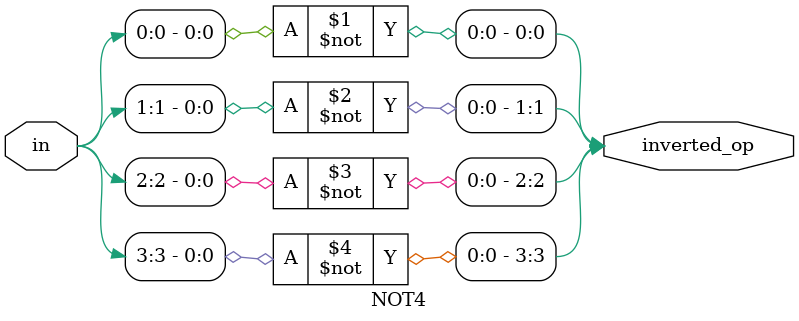
<source format=v>
module NOT4(
    output [3:0]inverted_op,
    input [3:0]in
);


not not_gate0(inverted_op[0], in[0]);
not not_gate1(inverted_op[1], in[1]);
not not_gate2(inverted_op[2], in[2]);
not not_gate3(inverted_op[3], in[3]);

endmodule
</source>
